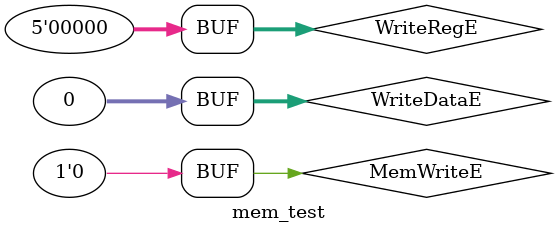
<source format=v>
`ifndef MIPS_H
`include "mips.h"
`endif

`include "memory/mem.v"
`include "memory/mem_stage.v"
`include "memory/mem_pipeline_register.v"


module mem_test;
  reg clk, RegWriteE, MemtoRegE, MemWriteE = 0;
  reg [31:0] ALUOutE, WriteDataE = 0;
  reg [4:0] WriteRegE = 0;
  wire [31:0] ALUOutM, WriteDataM;
  wire [4:0] WriteRegM;
  mem_pipeline_register myMemPipeline(clk, RegWriteE, MemtoRegE, MemWriteE, ALUOutE, WriteDataE, WriteRegE,
    RegWriteM, MemtoRegM, MemWriteM, ALUOutM, WriteDataM, WriteRegM);
  initial begin
    $monitor("clk", clk);
  end

  // Set address to within data range

endmodule

</source>
